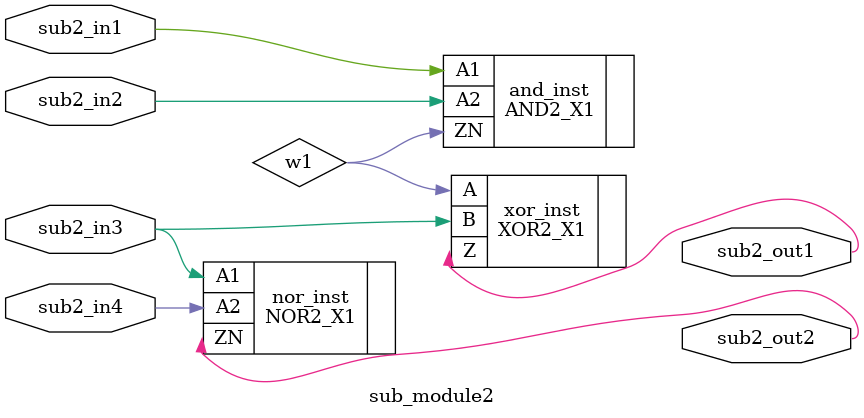
<source format=v>
module top (clk,
    in1,
    in10,
    in2,
    in3,
    in4,
    in5,
    in6,
    in7,
    in8,
    in9,
    out2,
    out3,
    out4,
    out5,
    out1);
 input clk;
 input in1;
 input in10;
 input in2;
 input in3;
 input in4;
 input in5;
 input in6;
 input in7;
 input in8;
 input in9;
 output out2;
 output out3;
 output out4;
 output out5;
 output out1;

 wire sub1_out2;
 wire sub1_out1;
 wire n1;
 wire n2;
 wire n3;
 wire n4;
 wire n5;
 wire n6;
 wire reg1_q;
 wire reg2_q;

 AND2_X1 and1 (.A1(in6),
    .A2(in7),
    .ZN(n1));
 AOI21_X1 aoi1 (.A(n1),
    .B1(n2),
    .B2(sub1_out2),
    .ZN(out5));
 BUF_X1 b1 (.A(n5),
    .Z(n6));
 NAND2_X1 nand1 (.A1(sub1_out1),
    .A2(n3),
    .ZN(n4));
 NOR2_X1 nor1 (.A1(sub1_out2),
    .A2(in10),
    .ZN(n5));
 OR2_X1 or1 (.A1(in8),
    .A2(in9),
    .ZN(n2));
 DFF_X1 reg1 (.D(in1),
    .Q(reg1_q));
 DFF_X1 reg2 (.D(n3),
    .Q(reg2_q));
 XOR2_X1 xor1 (.A(reg1_q),
    .B(sub1_out1),
    .Z(n3));
 sub_module1 sub1_inst (.sub1_in1(in1),
    .sub1_in2(in2),
    .sub1_in3(in3),
    .sub1_in4(in4),
    .sub1_in5(in5),
    .sub1_out1(sub1_out1),
    .sub1_out2(sub1_out2));
 assign out2 = n4;
 assign out3 = n5;
 assign out4 = n6;
 assign out1 = reg2_q;
endmodule
module sub_module1 (sub1_in1,
    sub1_in2,
    sub1_in3,
    sub1_in4,
    sub1_in5,
    sub1_out1,
    sub1_out2);
 input sub1_in1;
 input sub1_in2;
 input sub1_in3;
 input sub1_in4;
 input sub1_in5;
 output sub1_out1;
 output sub1_out2;

 wire sub2_out2;
 wire sub2_out1;
 wire w1;
 wire w2;
 wire w3;

 BUF_X2 b1 (.A(sub1_in1),
    .Z(w1));
 BUF_X4 b2 (.A(sub1_in2),
    .Z(w2));
 BUF_X8 b3 (.A(w2),
    .Z(w3));
 OAI21_X1 oai_inst (.B1(w1),
    .ZN(sub1_out1));
 XNOR2_X1 xnor_inst (.A(sub2_out2),
    .B(sub1_in5),
    .ZN(sub1_out2));
 sub_module2 sub2_inst (.sub2_in1(sub1_in1),
    .sub2_in2(sub1_in2),
    .sub2_in3(sub1_in3),
    .sub2_in4(sub1_in4),
    .sub2_out1(sub2_out1),
    .sub2_out2(sub2_out2));
endmodule
module sub_module2 (sub2_in1,
    sub2_in2,
    sub2_in3,
    sub2_in4,
    sub2_out1,
    sub2_out2);
 input sub2_in1;
 input sub2_in2;
 input sub2_in3;
 input sub2_in4;
 output sub2_out1;
 output sub2_out2;

 wire w1;

 AND2_X1 and_inst (.A1(sub2_in1),
    .A2(sub2_in2),
    .ZN(w1));
 NOR2_X1 nor_inst (.A1(sub2_in3),
    .A2(sub2_in4),
    .ZN(sub2_out2));
 XOR2_X1 xor_inst (.A(w1),
    .B(sub2_in3),
    .Z(sub2_out1));
endmodule

</source>
